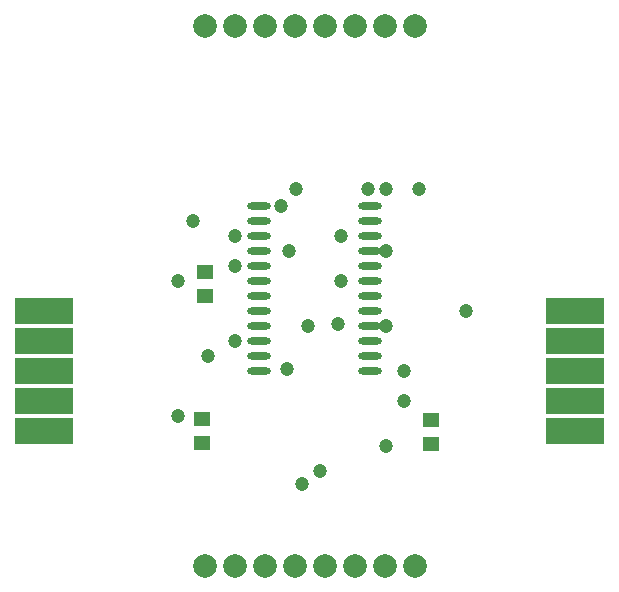
<source format=gbs>
G04 Layer_Color=16711935*
%FSLAX43Y43*%
%MOMM*%
G71*
G01*
G75*
%ADD11C,2.000*%
%ADD12C,1.200*%
%ADD13R,1.400X1.200*%
%ADD14O,2.000X0.600*%
%ADD15R,5.000X2.200*%
D11*
X16110Y47860D02*
D03*
X18650D02*
D03*
X21190D02*
D03*
X23730D02*
D03*
X26270D02*
D03*
X28810D02*
D03*
X31350D02*
D03*
X33890D02*
D03*
Y2140D02*
D03*
X31350D02*
D03*
X28810D02*
D03*
X26270D02*
D03*
X23730D02*
D03*
X21190D02*
D03*
X18650D02*
D03*
X16110D02*
D03*
D12*
X13824Y26270D02*
D03*
X16364Y19920D02*
D03*
X18650Y30080D02*
D03*
Y21190D02*
D03*
X24892Y22460D02*
D03*
X38246Y23730D02*
D03*
X34290Y34036D02*
D03*
X23876D02*
D03*
X15094Y31350D02*
D03*
X33020Y18650D02*
D03*
Y16110D02*
D03*
X23114Y18796D02*
D03*
X27432Y22606D02*
D03*
X18650Y27540D02*
D03*
X24384Y9125D02*
D03*
X23222Y28810D02*
D03*
X31475Y22460D02*
D03*
X22585Y32620D02*
D03*
X27665Y26270D02*
D03*
X13824Y14840D02*
D03*
X31496Y34036D02*
D03*
X29972D02*
D03*
X27665Y30080D02*
D03*
X31475Y28810D02*
D03*
X25908Y10160D02*
D03*
X31475Y12340D02*
D03*
D13*
X15875Y14605D02*
D03*
Y12573D02*
D03*
X16110Y25000D02*
D03*
Y27032D02*
D03*
X35306Y14478D02*
D03*
Y12446D02*
D03*
D14*
X30080Y32620D02*
D03*
Y31350D02*
D03*
Y30080D02*
D03*
Y28810D02*
D03*
Y27540D02*
D03*
Y26270D02*
D03*
Y25000D02*
D03*
Y23730D02*
D03*
Y22460D02*
D03*
Y21190D02*
D03*
X20680Y27540D02*
D03*
Y26270D02*
D03*
Y25000D02*
D03*
Y23730D02*
D03*
Y22460D02*
D03*
Y21190D02*
D03*
Y19920D02*
D03*
Y18650D02*
D03*
X30080D02*
D03*
Y19920D02*
D03*
X20680Y28810D02*
D03*
Y30080D02*
D03*
Y31350D02*
D03*
Y32620D02*
D03*
D15*
X47460Y23730D02*
D03*
Y18650D02*
D03*
Y16110D02*
D03*
Y13570D02*
D03*
Y21190D02*
D03*
X2540Y13570D02*
D03*
Y18650D02*
D03*
Y21190D02*
D03*
Y23730D02*
D03*
Y16110D02*
D03*
M02*

</source>
